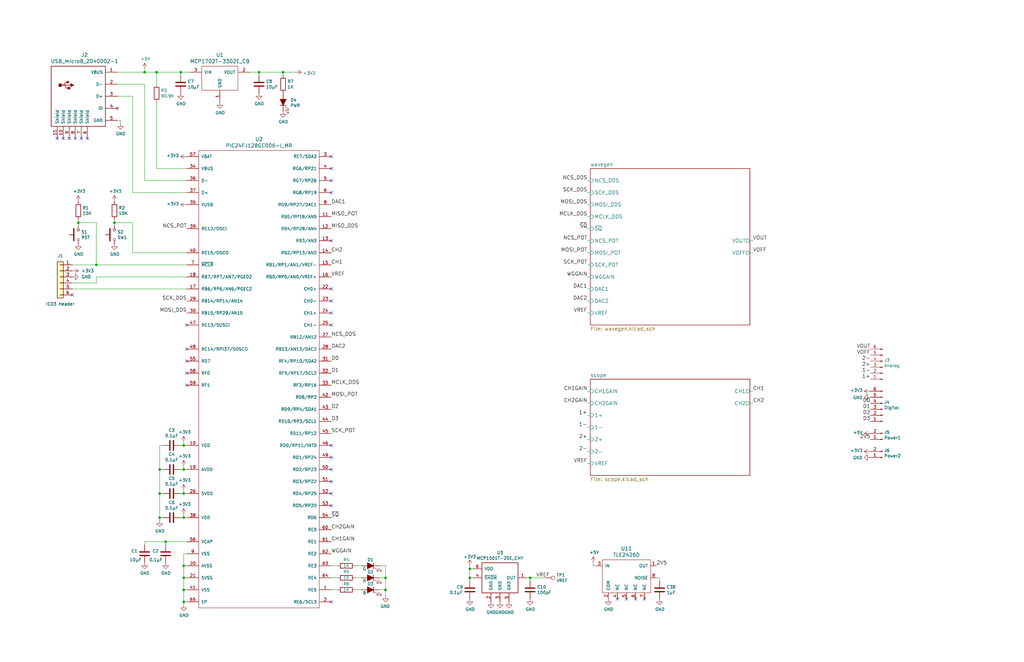
<source format=kicad_sch>
(kicad_sch (version 20211123) (generator eeschema)
  (paper "B")
  (title_block (title "O-Scope") (date "2021-06-14") (company "Olin College"))
  (lib_symbols
    (symbol "Connector:Conn_01x02_Male" (pin_names (offset 1.016) hide)
      (property "Reference" "J" (at 0 2.54 0))
      (property "Value" "Conn_01x02_Male" (at 0 -5.08 0))
      (symbol "Conn_01x02_Male_1_1"
        (polyline (pts (xy 1.27 -2.54) (xy 0.8636 -2.54)) (stroke (width 0.1524)))
        (polyline (pts (xy 1.27 0) (xy 0.8636 0)) (stroke (width 0.1524)))
        (rectangle (start 0.8636 -2.413) (end 0 -2.667) (stroke (width 0.1524)) (fill (type outline)))
        (rectangle (start 0.8636 0.127) (end 0 -0.127) (stroke (width 0.1524)) (fill (type outline)))
        (pin passive line (at 5.08 0 180) (length 3.81) (name "Pin_1") (number "1"))
        (pin passive line (at 5.08 -2.54 180) (length 3.81) (name "Pin_2") (number "2"))
      )
    )
    (symbol "Connector:Conn_01x06_Male" (pin_names (offset 1.016) hide)
      (property "Reference" "J" (at 0 7.62 0))
      (property "Value" "Conn_01x06_Male" (at 0 -10.16 0))
      (symbol "Conn_01x06_Male_1_1"
        (polyline (pts (xy 1.27 -7.62) (xy 0.8636 -7.62)) (stroke (width 0.1524)))
        (polyline (pts (xy 1.27 -5.08) (xy 0.8636 -5.08)) (stroke (width 0.1524)))
        (polyline (pts (xy 1.27 -2.54) (xy 0.8636 -2.54)) (stroke (width 0.1524)))
        (polyline (pts (xy 1.27 0) (xy 0.8636 0)) (stroke (width 0.1524)))
        (polyline (pts (xy 1.27 2.54) (xy 0.8636 2.54)) (stroke (width 0.1524)))
        (polyline (pts (xy 1.27 5.08) (xy 0.8636 5.08)) (stroke (width 0.1524)))
        (rectangle (start 0.8636 -7.493) (end 0 -7.747) (stroke (width 0.1524)) (fill (type outline)))
        (rectangle (start 0.8636 -4.953) (end 0 -5.207) (stroke (width 0.1524)) (fill (type outline)))
        (rectangle (start 0.8636 -2.413) (end 0 -2.667) (stroke (width 0.1524)) (fill (type outline)))
        (rectangle (start 0.8636 0.127) (end 0 -0.127) (stroke (width 0.1524)) (fill (type outline)))
        (rectangle (start 0.8636 2.667) (end 0 2.413) (stroke (width 0.1524)) (fill (type outline)))
        (rectangle (start 0.8636 5.207) (end 0 4.953) (stroke (width 0.1524)) (fill (type outline)))
        (pin passive line (at 5.08 5.08 180) (length 3.81) (name "Pin_1") (number "1"))
        (pin passive line (at 5.08 2.54 180) (length 3.81) (name "Pin_2") (number "2"))
        (pin passive line (at 5.08 0 180) (length 3.81) (name "Pin_3") (number "3"))
        (pin passive line (at 5.08 -2.54 180) (length 3.81) (name "Pin_4") (number "4"))
        (pin passive line (at 5.08 -5.08 180) (length 3.81) (name "Pin_5") (number "5"))
        (pin passive line (at 5.08 -7.62 180) (length 3.81) (name "Pin_6") (number "6"))
      )
    )
    (symbol "Connector:TestPoint" (pin_numbers hide) (pin_names (offset 0.762) hide)
      (property "Reference" "TP" (at 0 6.858 0))
      (property "Value" "TestPoint" (at 0 5.08 0))
      (symbol "TestPoint_0_1"
        (circle (center 0 3.302) (radius 0.762))
      )
      (symbol "TestPoint_1_1"
        (pin passive line (at 0 0 90) (length 2.54) (name "1") (number "1"))
      )
    )
    (symbol "Connector_Generic:Conn_01x06" (pin_names (offset 1.016) hide)
      (property "Reference" "J" (at 0 7.62 0))
      (property "Value" "Conn_01x06" (at 0 -10.16 0))
      (symbol "Conn_01x06_1_1"
        (rectangle (start -1.27 -7.493) (end 0 -7.747) (stroke (width 0.1524)))
        (rectangle (start -1.27 -4.953) (end 0 -5.207) (stroke (width 0.1524)))
        (rectangle (start -1.27 -2.413) (end 0 -2.667) (stroke (width 0.1524)))
        (rectangle (start -1.27 0.127) (end 0 -0.127) (stroke (width 0.1524)))
        (rectangle (start -1.27 2.667) (end 0 2.413) (stroke (width 0.1524)))
        (rectangle (start -1.27 5.207) (end 0 4.953) (stroke (width 0.1524)))
        (rectangle (start -1.27 6.35) (end 1.27 -8.89) (stroke (width 0.254)) (fill (type background)))
        (pin passive line (at -5.08 5.08 0) (length 3.81) (name "Pin_1") (number "1"))
        (pin passive line (at -5.08 2.54 0) (length 3.81) (name "Pin_2") (number "2"))
        (pin passive line (at -5.08 0 0) (length 3.81) (name "Pin_3") (number "3"))
        (pin passive line (at -5.08 -2.54 0) (length 3.81) (name "Pin_4") (number "4"))
        (pin passive line (at -5.08 -5.08 0) (length 3.81) (name "Pin_5") (number "5"))
        (pin passive line (at -5.08 -7.62 0) (length 3.81) (name "Pin_6") (number "6"))
      )
    )
    (symbol "Device:C" (pin_numbers hide) (pin_names (offset 0.254))
      (property "Reference" "C" (at 0.635 2.54 0))
      (property "Value" "C" (at 0.635 -2.54 0))
      (symbol "C_0_1"
        (polyline (pts (xy -2.032 -0.762) (xy 2.032 -0.762)) (stroke (width 0.508)))
        (polyline (pts (xy -2.032 0.762) (xy 2.032 0.762)) (stroke (width 0.508)))
      )
      (symbol "C_1_1"
        (pin passive line (at 0 3.81 270) (length 2.794) (name "~") (number "1"))
        (pin passive line (at 0 -3.81 90) (length 2.794) (name "~") (number "2"))
      )
    )
    (symbol "Device:R" (pin_numbers hide) (pin_names (offset 0))
      (property "Reference" "R" (at 2.032 0 90))
      (property "Value" "R" (at 0 0 90))
      (symbol "R_0_1"
        (rectangle (start -1.016 -2.54) (end 1.016 2.54) (stroke (width 0.254)))
      )
      (symbol "R_1_1"
        (pin passive line (at 0 3.81 270) (length 1.27) (name "~") (number "1"))
        (pin passive line (at 0 -3.81 90) (length 1.27) (name "~") (number "2"))
      )
    )
    (symbol "Eclectronics:MCP1501T-20E_CHY" (pin_names (offset 1.016))
      (property "Reference" "U" (at 0 10.16 0))
      (property "Value" "MCP1501T-20E_CHY" (at 0 7.62 0))
      (symbol "MCP1501T-20E_CHY_0_1"
        (rectangle (start -7.62 6.35) (end 7.62 -6.35) (stroke (width 0.254)))
        (pin output line (at 11.43 0 180) (length 3.81) (name "OUT") (number "1"))
        (pin power_in line (at -3.81 -10.16 90) (length 3.81) (name "GND") (number "2"))
        (pin power_in line (at 0 -10.16 90) (length 3.81) (name "GND") (number "3"))
        (pin input line (at -11.43 0 0) (length 3.81) (name "~{SHDN}") (number "4"))
        (pin power_in line (at 3.81 -10.16 90) (length 3.81) (name "GND") (number "5"))
        (pin power_in line (at -11.43 3.81 0) (length 3.81) (name "VDD") (number "6"))
      )
    )
    (symbol "Eclectronics:MCP1702T-3302E_CB" (pin_names (offset 1.016))
      (property "Reference" "U" (at 0 8.89 0))
      (property "Value" "MCP1702T-3302E_CB" (at 0 6.35 0))
      (symbol "MCP1702T-3302E_CB_0_1"
        (rectangle (start 7.62 5.08) (end -7.62 -5.08))
      )
      (symbol "MCP1702T-3302E_CB_1_1"
        (pin input line (at 0 -10.16 90) (length 5.08) (name "GND") (number "1"))
        (pin input line (at 12.7 2.54 180) (length 5.08) (name "VOUT") (number "2"))
        (pin input line (at -12.7 2.54 0) (length 5.08) (name "VIN") (number "3"))
      )
    )
    (symbol "Eclectronics:PIC24FJ128GC006-I_MR" (pin_names (offset 1.016))
      (property "Reference" "U" (at -25.4 100.33 0))
      (property "Value" "PIC24FJ128GC006-I_MR" (at -25.4 97.79 0))
      (symbol "PIC24FJ128GC006-I_MR_0_1"
        (rectangle (start 25.4 96.52) (end -25.4 -96.52))
      )
      (symbol "PIC24FJ128GC006-I_MR_1_1"
        (pin input line (at 30.48 -88.9 180) (length 5.08) (name "RE5") (number "1"))
        (pin input line (at -30.48 -27.94 0) (length 5.08) (name "VDD") (number "10"))
        (pin input line (at 30.48 68.58 180) (length 5.08) (name "RB5/RP18/AN5") (number "11"))
        (pin input line (at 30.48 63.5 180) (length 5.08) (name "RB4/RP28/AN4") (number "12"))
        (pin input line (at 30.48 58.42 180) (length 5.08) (name "RB3/AN3") (number "13"))
        (pin input line (at 30.48 53.34 180) (length 5.08) (name "RB2/RP13/AN2") (number "14"))
        (pin input line (at 30.48 48.26 180) (length 5.08) (name "RB1/RP1/AN1/VREF-") (number "15"))
        (pin input line (at 30.48 43.18 180) (length 5.08) (name "RB0/RP0/AN0/VREF+") (number "16"))
        (pin input line (at -30.48 38.1 0) (length 5.08) (name "RB6/RP6/AN6/PGEC2") (number "17"))
        (pin input line (at -30.48 43.18 0) (length 5.08) (name "RB7/RP7/AN7/PGED2") (number "18"))
        (pin input line (at -30.48 -38.1 0) (length 5.08) (name "AVDD") (number "19"))
        (pin input line (at 30.48 -93.98 180) (length 5.08) (name "RE6/SCL3") (number "2"))
        (pin input line (at -30.48 -78.74 0) (length 5.08) (name "AVSS") (number "20"))
        (pin input line (at -30.48 -83.82 0) (length 5.08) (name "SVSS") (number "21"))
        (pin input line (at 30.48 38.1 180) (length 5.08) (name "CH0+") (number "22"))
        (pin input line (at 30.48 33.02 180) (length 5.08) (name "CH0-") (number "23"))
        (pin input line (at 30.48 27.94 180) (length 5.08) (name "CH1+") (number "24"))
        (pin input line (at 30.48 22.86 180) (length 5.08) (name "CH1-") (number "25"))
        (pin input line (at -30.48 -48.26 0) (length 5.08) (name "SVDD") (number "26"))
        (pin input line (at 30.48 17.78 180) (length 5.08) (name "RB12/AN12") (number "27"))
        (pin input line (at 30.48 12.7 180) (length 5.08) (name "RB13/AN13/DAC2") (number "28"))
        (pin input line (at -30.48 33.02 0) (length 5.08) (name "RB14/RP14/AN14") (number "29"))
        (pin input line (at 30.48 93.98 180) (length 5.08) (name "RE7/SDA3") (number "3"))
        (pin input line (at -30.48 27.94 0) (length 5.08) (name "RB15/RP29/AN15") (number "30"))
        (pin input line (at 30.48 7.62 180) (length 5.08) (name "RF4/RP10/SDA2") (number "31"))
        (pin input line (at 30.48 2.54 180) (length 5.08) (name "RF5/RP17/SCL2") (number "32"))
        (pin input line (at 30.48 -2.54 180) (length 5.08) (name "RF3/RP16") (number "33"))
        (pin input line (at -30.48 88.9 0) (length 5.08) (name "VBUS") (number "34"))
        (pin input line (at -30.48 73.66 0) (length 5.08) (name "VUSB") (number "35"))
        (pin input line (at -30.48 83.82 0) (length 5.08) (name "D-") (number "36"))
        (pin input line (at -30.48 78.74 0) (length 5.08) (name "D+") (number "37"))
        (pin input line (at -30.48 -58.42 0) (length 5.08) (name "VDD") (number "38"))
        (pin input line (at -30.48 63.5 0) (length 5.08) (name "RC12/OSCI") (number "39"))
        (pin input line (at 30.48 88.9 180) (length 5.08) (name "RG6/RP21") (number "4"))
        (pin input line (at -30.48 53.34 0) (length 5.08) (name "RC15/OSCO") (number "40"))
        (pin input line (at -30.48 -88.9 0) (length 5.08) (name "VSS") (number "41"))
        (pin input line (at 30.48 -7.62 180) (length 5.08) (name "RD8/RP2") (number "42"))
        (pin input line (at 30.48 -12.7 180) (length 5.08) (name "RD9/RP4/SDA1") (number "43"))
        (pin input line (at 30.48 -17.78 180) (length 5.08) (name "RD10/RP3/SCL1") (number "44"))
        (pin input line (at 30.48 -22.86 180) (length 5.08) (name "RD11/RP12") (number "45"))
        (pin input line (at 30.48 -27.94 180) (length 5.08) (name "RD0/RP11/INT0") (number "46"))
        (pin input line (at -30.48 22.86 0) (length 5.08) (name "RC13/SOSCI") (number "47"))
        (pin input line (at -30.48 12.7 0) (length 5.08) (name "RC14/RPI37/SOSCO") (number "48"))
        (pin input line (at 30.48 -33.02 180) (length 5.08) (name "RD1/RP24") (number "49"))
        (pin input line (at 30.48 83.82 180) (length 5.08) (name "RG7/RP26") (number "5"))
        (pin input line (at 30.48 -38.1 180) (length 5.08) (name "RD2/RP23") (number "50"))
        (pin input line (at 30.48 -43.18 180) (length 5.08) (name "RD3/RP22") (number "51"))
        (pin input line (at 30.48 -48.26 180) (length 5.08) (name "RD4/RP25") (number "52"))
        (pin input line (at 30.48 -53.34 180) (length 5.08) (name "RD5/RP20") (number "53"))
        (pin input line (at 30.48 -58.42 180) (length 5.08) (name "RD6") (number "54"))
        (pin input line (at -30.48 7.62 0) (length 5.08) (name "RD7") (number "55"))
        (pin input line (at -30.48 -68.58 0) (length 5.08) (name "VCAP") (number "56"))
        (pin input line (at -30.48 93.98 0) (length 5.08) (name "VBAT") (number "57"))
        (pin input line (at -30.48 2.54 0) (length 5.08) (name "RF0") (number "58"))
        (pin input line (at -30.48 -2.54 0) (length 5.08) (name "RF1") (number "59"))
        (pin input line (at 30.48 78.74 180) (length 5.08) (name "RG8/RP19") (number "6"))
        (pin input line (at 30.48 -63.5 180) (length 5.08) (name "RE0") (number "60"))
        (pin input line (at 30.48 -68.58 180) (length 5.08) (name "RE1") (number "61"))
        (pin input line (at 30.48 -73.66 180) (length 5.08) (name "RE2") (number "62"))
        (pin input line (at 30.48 -78.74 180) (length 5.08) (name "RE3") (number "63"))
        (pin input line (at 30.48 -83.82 180) (length 5.08) (name "RE4") (number "64"))
        (pin input line (at -30.48 -93.98 0) (length 5.08) (name "EP") (number "65"))
        (pin input line (at -30.48 48.26 0) (length 5.08) (name "~{MCLR}") (number "7"))
        (pin input line (at 30.48 73.66 180) (length 5.08) (name "RG9/RP27/DAC1") (number "8"))
        (pin input line (at -30.48 -73.66 0) (length 5.08) (name "VSS") (number "9"))
      )
    )
    (symbol "Eclectronics:SW" (pin_numbers hide) (pin_names (offset 1.016) hide)
      (property "Reference" "S" (at 1.27 2.54 0))
      (property "Value" "SW" (at 1.27 -2.54 0))
      (symbol "SW_0_1"
        (circle (center 0 -2.032) (radius 0.508))
        (polyline (pts (xy -1.905 -2.54) (xy -1.905 2.54)) (stroke (width 0.508)))
        (polyline (pts (xy -1.905 0) (xy -3.81 0)) (stroke (width 0.254)))
        (circle (center 0 2.032) (radius 0.508))
        (circle (center 0 2.032) (radius 0.508))
      )
      (symbol "SW_1_1"
        (pin input line (at 0 -3.81 90) (length 1.27) (name "1") (number "1"))
        (pin input line (at 0 3.81 270) (length 1.27) (name "2") (number "2"))
      )
    )
    (symbol "Eclectronics:TLE2426D" (pin_names (offset 1.016))
      (property "Reference" "U" (at 0 11.43 0))
      (property "Value" "TLE2426D" (at 0 8.89 0))
      (symbol "TLE2426D_0_1"
        (rectangle (start -10.16 7.62) (end 10.16 -6.35))
      )
      (symbol "TLE2426D_1_1"
        (pin input line (at 12.7 5.08 180) (length 2.54) (name "OUT") (number "1"))
        (pin input line (at -7.62 -8.89 90) (length 2.54) (name "COM") (number "2"))
        (pin input line (at -12.7 5.08 0) (length 2.54) (name "IN") (number "3"))
        (pin input line (at -3.81 -8.89 90) (length 2.54) (name "NC") (number "4"))
        (pin input line (at 0 -8.89 90) (length 2.54) (name "NC") (number "5"))
        (pin input line (at 3.81 -8.89 90) (length 2.54) (name "NC") (number "6"))
        (pin input line (at 7.62 -8.89 90) (length 2.54) (name "NC") (number "7"))
        (pin input line (at 12.7 0 180) (length 2.54) (name "NOISE") (number "8"))
      )
    )
    (symbol "Eclectronics:USB_microB_2040002-1" (pin_names (offset 1.016))
      (property "Reference" "J" (at -11.43 16.51 0))
      (property "Value" "USB_microB_2040002-1" (at -11.43 13.97 0))
      (symbol "USB_microB_2040002-1_0_1"
        (circle (center -7.62 4.699) (radius 0.635) (stroke (width 0.254)) (fill (type outline)))
        (circle (center -4.445 5.969) (radius 0.381) (stroke (width 0.254)) (fill (type outline)))
        (rectangle (start -3.556 3.81) (end -4.318 3.048) (stroke (width 0.254)) (fill (type outline)))
        (polyline (pts (xy -5.715 4.699) (xy -3.175 4.699)) (stroke (width 0.254)))
        (polyline (pts (xy -6.985 4.699) (xy -6.35 4.699) (xy -5.08 5.969) (xy -4.445 5.969)) (stroke (width 0.254)))
        (polyline (pts (xy -6.35 4.699) (xy -5.715 4.699) (xy -5.08 3.429) (xy -3.81 3.429)) (stroke (width 0.254)))
        (polyline (pts (xy -3.175 5.334) (xy -3.175 4.064) (xy -1.905 4.699) (xy -3.175 5.334)) (stroke (width 0.254)) (fill (type outline)))
        (rectangle (start 11.43 -12.7) (end -11.43 12.7) (stroke (width 0.254)))
      )
      (symbol "USB_microB_2040002-1_1_1"
        (pin power_in line (at 16.51 10.16 180) (length 5.08) (name "VBUS") (number "1"))
        (pin passive line (at -6.35 -17.78 90) (length 5.08) (name "Shield") (number "10"))
        (pin passive line (at -8.89 -17.78 90) (length 5.08) (name "Shield") (number "11"))
        (pin passive line (at 16.51 5.08 180) (length 5.08) (name "D-") (number "2"))
        (pin passive line (at 16.51 0 180) (length 5.08) (name "D+") (number "3"))
        (pin passive line (at 16.51 -5.08 180) (length 5.08) (name "ID") (number "4"))
        (pin power_in line (at 16.51 -10.16 180) (length 5.08) (name "GND") (number "5"))
        (pin passive line (at 3.81 -17.78 90) (length 5.08) (name "Shield") (number "6"))
        (pin passive line (at 1.27 -17.78 90) (length 5.08) (name "Shield") (number "7"))
        (pin passive line (at -1.27 -17.78 90) (length 5.08) (name "Shield") (number "8"))
        (pin passive line (at -3.81 -17.78 90) (length 5.08) (name "Shield") (number "9"))
      )
    )
    (symbol "oscope-rescue:LED_ALT-Device" (pin_numbers hide) (pin_names (offset 1.016) hide)
      (property "Reference" "D" (at 0 2.54 0))
      (property "Value" "LED_ALT-Device" (at 0 -2.54 0))
      (symbol "LED_ALT-Device_0_1"
        (polyline (pts (xy -1.27 -1.27) (xy -1.27 1.27)) (stroke (width 0.254)))
        (polyline (pts (xy -1.27 0) (xy 1.27 0)))
        (polyline (pts (xy 1.27 -1.27) (xy 1.27 1.27) (xy -1.27 0) (xy 1.27 -1.27)) (stroke (width 0.254)) (fill (type outline)))
        (polyline (pts (xy -3.048 -0.762) (xy -4.572 -2.286) (xy -3.81 -2.286) (xy -4.572 -2.286) (xy -4.572 -1.524)))
        (polyline (pts (xy -1.778 -0.762) (xy -3.302 -2.286) (xy -2.54 -2.286) (xy -3.302 -2.286) (xy -3.302 -1.524)))
      )
      (symbol "LED_ALT-Device_1_1"
        (pin passive line (at -3.81 0 0) (length 2.54) (name "K") (number "1"))
        (pin passive line (at 3.81 0 180) (length 2.54) (name "A") (number "2"))
      )
    )
    (symbol "power:+3V3" (power) (pin_names (offset 0))
      (property "Value" "+3V3" (at 0 3.556 0))
      (symbol "+3V3_0_1"
        (polyline (pts (xy -0.762 1.27) (xy 0 2.54)))
        (polyline (pts (xy 0 0) (xy 0 2.54)))
        (polyline (pts (xy 0 2.54) (xy 0.762 1.27)))
      )
      (symbol "+3V3_1_1"
        (pin power_in line (at 0 0 90) (length 0) hide (name "+3V3") (number "1"))
      )
    )
    (symbol "power:+5V" (power) (pin_names (offset 0))
      (property "Value" "+5V" (at 0 3.556 0))
      (symbol "+5V_0_1"
        (polyline (pts (xy -0.762 1.27) (xy 0 2.54)))
        (polyline (pts (xy 0 0) (xy 0 2.54)))
        (polyline (pts (xy 0 2.54) (xy 0.762 1.27)))
      )
      (symbol "+5V_1_1"
        (pin power_in line (at 0 0 90) (length 0) hide (name "+5V") (number "1"))
      )
    )
    (symbol "power:GND" (power) (pin_names (offset 0))
      (property "Value" "GND" (at 0 -3.81 0))
      (symbol "GND_0_1"
        (polyline (pts (xy 0 0) (xy 0 -1.27) (xy 1.27 -1.27) (xy 0 -2.54) (xy -1.27 -1.27) (xy 0 -1.27)))
      )
      (symbol "GND_1_1"
        (pin power_in line (at 0 0 270) (length 0) hide (name "GND") (number "1"))
      )
    )
  )
  (junction (at 77.47 187.96))
  (junction (at 77.47 198.12))
  (junction (at 67.31 198.12))
  (junction (at 198.12 240.03))
  (junction (at 198.12 243.84))
  (junction (at 162.56 243.84))
  (junction (at 67.31 208.28))
  (junction (at 76.2 30.48))
  (junction (at 77.47 248.92))
  (junction (at 77.47 243.84))
  (junction (at 119.38 30.48))
  (junction (at 48.26 93.98))
  (junction (at 109.22 30.48))
  (junction (at 162.56 248.92))
  (junction (at 77.47 218.44))
  (junction (at 223.52 243.84))
  (junction (at 77.47 238.76))
  (junction (at 77.47 208.28))
  (junction (at 77.47 254))
  (junction (at 33.02 93.98))
  (junction (at 66.04 30.48))
  (junction (at 67.31 218.44))
  (junction (at 69.85 228.6))
  (junction (at 40.64 111.76))
  (junction (at 60.96 30.48))
  (no_connect (at 29.21 58.42))
  (no_connect (at 267.97 252.73))
  (no_connect (at 78.74 137.16))
  (no_connect (at 139.7 101.6))
  (no_connect (at 139.7 198.12))
  (no_connect (at 139.7 193.04))
  (no_connect (at 139.7 203.2))
  (no_connect (at 139.7 213.36))
  (no_connect (at 26.67 58.42))
  (no_connect (at 139.7 137.16))
  (no_connect (at 78.74 162.56))
  (no_connect (at 139.7 66.04))
  (no_connect (at 30.48 124.46))
  (no_connect (at 271.78 252.73))
  (no_connect (at 36.83 58.42))
  (no_connect (at 139.7 187.96))
  (no_connect (at 139.7 132.08))
  (no_connect (at 139.7 76.2))
  (no_connect (at 78.74 157.48))
  (no_connect (at 139.7 127))
  (no_connect (at 264.16 252.73))
  (no_connect (at 139.7 208.28))
  (no_connect (at 139.7 71.12))
  (no_connect (at 49.53 45.72))
  (no_connect (at 139.7 121.92))
  (no_connect (at 78.74 147.32))
  (no_connect (at 260.35 252.73))
  (no_connect (at 24.13 58.42))
  (no_connect (at 34.29 58.42))
  (no_connect (at 78.74 152.4))
  (no_connect (at 139.7 254))
  (no_connect (at 31.75 58.42))
  (no_connect (at 139.7 81.28))
  (wire (pts (xy 76.2 198.12) (xy 77.47 198.12)))
  (wire (pts (xy 247.65 76.2) (xy 248.92 76.2)))
  (wire (pts (xy 78.74 254) (xy 77.47 254)))
  (wire (pts (xy 66.04 35.56) (xy 66.04 30.48)))
  (wire (pts (xy 247.65 165.1) (xy 248.92 165.1)))
  (wire (pts (xy 77.47 207.01) (xy 77.47 208.28)))
  (wire (pts (xy 149.86 238.76) (xy 152.4 238.76)))
  (wire (pts (xy 60.96 29.21) (xy 60.96 30.48)))
  (wire (pts (xy 162.56 248.92) (xy 162.56 251.46)))
  (wire (pts (xy 77.47 248.92) (xy 77.47 254)))
  (wire (pts (xy 247.65 116.84) (xy 248.92 116.84)))
  (wire (pts (xy 48.26 93.98) (xy 55.88 93.98)))
  (wire (pts (xy 198.12 245.11) (xy 198.12 243.84)))
  (wire (pts (xy 68.58 208.28) (xy 67.31 208.28)))
  (wire (pts (xy 247.65 81.28) (xy 248.92 81.28)))
  (wire (pts (xy 49.53 30.48) (xy 60.96 30.48)))
  (wire (pts (xy 49.53 40.64) (xy 55.88 40.64)))
  (wire (pts (xy 77.47 186.69) (xy 77.47 187.96)))
  (wire (pts (xy 162.56 243.84) (xy 162.56 248.92)))
  (wire (pts (xy 78.74 233.68) (xy 77.47 233.68)))
  (wire (pts (xy 162.56 248.92) (xy 160.02 248.92)))
  (wire (pts (xy 198.12 240.03) (xy 198.12 243.84)))
  (wire (pts (xy 139.7 248.92) (xy 142.24 248.92)))
  (wire (pts (xy 77.47 196.85) (xy 77.47 198.12)))
  (wire (pts (xy 247.65 106.68) (xy 248.92 106.68)))
  (wire (pts (xy 77.47 208.28) (xy 78.74 208.28)))
  (wire (pts (xy 50.8 50.8) (xy 50.8 52.07)))
  (wire (pts (xy 33.02 93.98) (xy 40.64 93.98)))
  (wire (pts (xy 149.86 248.92) (xy 152.4 248.92)))
  (wire (pts (xy 105.41 30.48) (xy 109.22 30.48)))
  (wire (pts (xy 276.86 243.84) (xy 278.13 243.84)))
  (wire (pts (xy 316.23 106.68) (xy 317.5 106.68)))
  (wire (pts (xy 198.12 243.84) (xy 199.39 243.84)))
  (wire (pts (xy 139.7 238.76) (xy 142.24 238.76)))
  (wire (pts (xy 76.2 187.96) (xy 77.47 187.96)))
  (wire (pts (xy 248.92 180.34) (xy 247.65 180.34)))
  (wire (pts (xy 77.47 218.44) (xy 78.74 218.44)))
  (wire (pts (xy 55.88 93.98) (xy 55.88 106.68)))
  (wire (pts (xy 33.02 92.71) (xy 33.02 93.98)))
  (wire (pts (xy 247.65 101.6) (xy 248.92 101.6)))
  (wire (pts (xy 77.47 243.84) (xy 77.47 248.92)))
  (wire (pts (xy 316.23 101.6) (xy 317.5 101.6)))
  (wire (pts (xy 78.74 243.84) (xy 77.47 243.84)))
  (wire (pts (xy 250.19 238.76) (xy 251.46 238.76)))
  (wire (pts (xy 77.47 217.17) (xy 77.47 218.44)))
  (wire (pts (xy 66.04 71.12) (xy 66.04 43.18)))
  (wire (pts (xy 67.31 187.96) (xy 68.58 187.96)))
  (wire (pts (xy 30.48 111.76) (xy 40.64 111.76)))
  (wire (pts (xy 248.92 190.5) (xy 247.65 190.5)))
  (wire (pts (xy 247.65 170.18) (xy 248.92 170.18)))
  (wire (pts (xy 40.64 119.38) (xy 40.64 116.84)))
  (wire (pts (xy 139.7 243.84) (xy 142.24 243.84)))
  (wire (pts (xy 77.47 238.76) (xy 77.47 243.84)))
  (wire (pts (xy 119.38 30.48) (xy 124.46 30.48)))
  (wire (pts (xy 78.74 71.12) (xy 66.04 71.12)))
  (wire (pts (xy 160.02 243.84) (xy 162.56 243.84)))
  (wire (pts (xy 49.53 50.8) (xy 50.8 50.8)))
  (wire (pts (xy 40.64 111.76) (xy 78.74 111.76)))
  (wire (pts (xy 247.65 132.08) (xy 248.92 132.08)))
  (wire (pts (xy 78.74 248.92) (xy 77.47 248.92)))
  (wire (pts (xy 149.86 243.84) (xy 152.4 243.84)))
  (wire (pts (xy 248.92 185.42) (xy 247.65 185.42)))
  (wire (pts (xy 49.53 35.56) (xy 60.96 35.56)))
  (wire (pts (xy 250.19 237.49) (xy 250.19 238.76)))
  (wire (pts (xy 77.47 254) (xy 77.47 255.27)))
  (wire (pts (xy 247.65 111.76) (xy 248.92 111.76)))
  (wire (pts (xy 76.2 208.28) (xy 77.47 208.28)))
  (wire (pts (xy 30.48 119.38) (xy 40.64 119.38)))
  (wire (pts (xy 76.2 30.48) (xy 80.01 30.48)))
  (wire (pts (xy 247.65 91.44) (xy 248.92 91.44)))
  (wire (pts (xy 60.96 229.87) (xy 60.96 228.6)))
  (wire (pts (xy 223.52 245.11) (xy 223.52 243.84)))
  (wire (pts (xy 77.47 233.68) (xy 77.47 238.76)))
  (wire (pts (xy 162.56 238.76) (xy 160.02 238.76)))
  (wire (pts (xy 33.02 93.98) (xy 33.02 95.25)))
  (wire (pts (xy 68.58 198.12) (xy 67.31 198.12)))
  (wire (pts (xy 69.85 229.87) (xy 69.85 228.6)))
  (wire (pts (xy 247.65 86.36) (xy 248.92 86.36)))
  (wire (pts (xy 248.92 127) (xy 247.65 127)))
  (wire (pts (xy 55.88 40.64) (xy 55.88 81.28)))
  (wire (pts (xy 77.47 187.96) (xy 78.74 187.96)))
  (wire (pts (xy 162.56 238.76) (xy 162.56 243.84)))
  (wire (pts (xy 198.12 238.76) (xy 198.12 240.03)))
  (wire (pts (xy 30.48 121.92) (xy 78.74 121.92)))
  (wire (pts (xy 109.22 31.75) (xy 109.22 30.48)))
  (wire (pts (xy 316.23 165.1) (xy 317.5 165.1)))
  (wire (pts (xy 76.2 218.44) (xy 77.47 218.44)))
  (wire (pts (xy 48.26 92.71) (xy 48.26 93.98)))
  (wire (pts (xy 248.92 175.26) (xy 247.65 175.26)))
  (wire (pts (xy 60.96 228.6) (xy 69.85 228.6)))
  (wire (pts (xy 40.64 93.98) (xy 40.64 111.76)))
  (wire (pts (xy 60.96 30.48) (xy 66.04 30.48)))
  (wire (pts (xy 60.96 35.56) (xy 60.96 76.2)))
  (wire (pts (xy 68.58 218.44) (xy 67.31 218.44)))
  (wire (pts (xy 67.31 198.12) (xy 67.31 208.28)))
  (wire (pts (xy 76.2 30.48) (xy 76.2 31.75)))
  (wire (pts (xy 67.31 218.44) (xy 67.31 219.71)))
  (wire (pts (xy 66.04 30.48) (xy 76.2 30.48)))
  (wire (pts (xy 278.13 243.84) (xy 278.13 245.11)))
  (wire (pts (xy 40.64 116.84) (xy 78.74 116.84)))
  (wire (pts (xy 77.47 198.12) (xy 78.74 198.12)))
  (wire (pts (xy 55.88 106.68) (xy 78.74 106.68)))
  (wire (pts (xy 248.92 121.92) (xy 247.65 121.92)))
  (wire (pts (xy 69.85 228.6) (xy 78.74 228.6)))
  (wire (pts (xy 48.26 93.98) (xy 48.26 95.25)))
  (wire (pts (xy 198.12 240.03) (xy 199.39 240.03)))
  (wire (pts (xy 67.31 208.28) (xy 67.31 218.44)))
  (wire (pts (xy 119.38 31.75) (xy 119.38 30.48)))
  (wire (pts (xy 222.25 243.84) (xy 223.52 243.84)))
  (wire (pts (xy 67.31 187.96) (xy 67.31 198.12)))
  (wire (pts (xy 247.65 96.52) (xy 248.92 96.52)))
  (wire (pts (xy 78.74 238.76) (xy 77.47 238.76)))
  (wire (pts (xy 55.88 81.28) (xy 78.74 81.28)))
  (wire (pts (xy 316.23 170.18) (xy 317.5 170.18)))
  (wire (pts (xy 247.65 195.58) (xy 248.92 195.58)))
  (wire (pts (xy 223.52 243.84) (xy 229.87 243.84)))
  (wire (pts (xy 109.22 30.48) (xy 119.38 30.48)))
  (wire (pts (xy 60.96 76.2) (xy 78.74 76.2)))
  (label "NCS_DDS" (at 247.65 76.2 180) (effects (font (size 1.524 1.524))))
  (label "2V5" (at 367.03 185.42 180) (effects (font (size 1.524 1.524))))
  (label "DAC2" (at 139.7 147.32 0) (effects (font (size 1.524 1.524))))
  (label "MISO_POT" (at 139.7 91.44 0) (effects (font (size 1.524 1.524))))
  (label "VREF" (at 226.06 243.84 0) (effects (font (size 1.524 1.524))))
  (label "MOSI_DDS" (at 78.74 132.08 180) (effects (font (size 1.524 1.524))))
  (label "D2" (at 367.03 175.26 180) (effects (font (size 1.524 1.524))))
  (label "DAC1" (at 139.7 86.36 0) (effects (font (size 1.524 1.524))))
  (label "SCK_POT" (at 139.7 182.88 0) (effects (font (size 1.524 1.524))))
  (label "1-" (at 367.03 157.48 180) (effects (font (size 1.524 1.524))))
  (label "2+" (at 247.65 185.42 180) (effects (font (size 1.524 1.524))))
  (label "NCS_POT" (at 78.74 96.52 180) (effects (font (size 1.524 1.524))))
  (label "VOUT" (at 367.03 147.32 180) (effects (font (size 1.524 1.524))))
  (label "WGGAIN" (at 247.65 116.84 180) (effects (font (size 1.524 1.524))))
  (label "CH1" (at 317.5 165.1 0) (effects (font (size 1.524 1.524))))
  (label "VREF" (at 247.65 195.58 180) (effects (font (size 1.524 1.524))))
  (label "CH1GAIN" (at 139.7 228.6 0) (effects (font (size 1.524 1.524))))
  (label "1-" (at 247.65 180.34 180) (effects (font (size 1.524 1.524))))
  (label "MOSI_POT" (at 139.7 167.64 0) (effects (font (size 1.524 1.524))))
  (label "2-" (at 367.03 152.4 180) (effects (font (size 1.524 1.524))))
  (label "2+" (at 367.03 154.94 180) (effects (font (size 1.524 1.524))))
  (label "MOSI_POT" (at 247.65 106.68 180) (effects (font (size 1.524 1.524))))
  (label "MCLK_DDS" (at 139.7 162.56 0) (effects (font (size 1.524 1.524))))
  (label "VOUT" (at 317.5 101.6 0) (effects (font (size 1.524 1.524))))
  (label "~{SQ}" (at 139.7 218.44 0) (effects (font (size 1.524 1.524))))
  (label "NCS_POT" (at 247.65 101.6 180) (effects (font (size 1.524 1.524))))
  (label "D1" (at 367.03 172.72 180) (effects (font (size 1.524 1.524))))
  (label "VOFF" (at 367.03 149.86 180) (effects (font (size 1.524 1.524))))
  (label "D0" (at 139.7 152.4 0) (effects (font (size 1.524 1.524))))
  (label "1+" (at 367.03 160.02 180) (effects (font (size 1.524 1.524))))
  (label "WGGAIN" (at 139.7 233.68 0) (effects (font (size 1.524 1.524))))
  (label "D3" (at 367.03 177.8 180) (effects (font (size 1.524 1.524))))
  (label "VREF" (at 247.65 132.08 180) (effects (font (size 1.524 1.524))))
  (label "CH2GAIN" (at 139.7 223.52 0) (effects (font (size 1.524 1.524))))
  (label "D2" (at 139.7 172.72 0) (effects (font (size 1.524 1.524))))
  (label "MOSI_DDS" (at 247.65 86.36 180) (effects (font (size 1.524 1.524))))
  (label "MISO_DDS" (at 139.7 96.52 0) (effects (font (size 1.524 1.524))))
  (label "SCK_POT" (at 247.65 111.76 180) (effects (font (size 1.524 1.524))))
  (label "SCK_DDS" (at 78.74 127 180) (effects (font (size 1.524 1.524))))
  (label "NCS_DDS" (at 139.7 142.24 0) (effects (font (size 1.524 1.524))))
  (label "SCK_DDS" (at 247.65 81.28 180) (effects (font (size 1.524 1.524))))
  (label "DAC1" (at 247.65 121.92 180) (effects (font (size 1.524 1.524))))
  (label "CH2GAIN" (at 247.65 170.18 180) (effects (font (size 1.524 1.524))))
  (label "D1" (at 139.7 157.48 0) (effects (font (size 1.524 1.524))))
  (label "MCLK_DDS" (at 247.65 91.44 180) (effects (font (size 1.524 1.524))))
  (label "1+" (at 247.65 175.26 180) (effects (font (size 1.524 1.524))))
  (label "2-" (at 247.65 190.5 180) (effects (font (size 1.524 1.524))))
  (label "2V5" (at 276.86 238.76 0) (effects (font (size 1.524 1.524))))
  (label "~{SQ}" (at 247.65 96.52 180) (effects (font (size 1.524 1.524))))
  (label "CH1" (at 139.7 111.76 0) (effects (font (size 1.524 1.524))))
  (label "CH2" (at 139.7 106.68 0) (effects (font (size 1.524 1.524))))
  (label "CH1GAIN" (at 247.65 165.1 180) (effects (font (size 1.524 1.524))))
  (label "D0" (at 367.03 170.18 180) (effects (font (size 1.524 1.524))))
  (label "VOFF" (at 317.5 106.68 0) (effects (font (size 1.524 1.524))))
  (label "DAC2" (at 247.65 127 180) (effects (font (size 1.524 1.524))))
  (label "D3" (at 139.7 177.8 0) (effects (font (size 1.524 1.524))))
  (label "CH2" (at 317.5 170.18 0) (effects (font (size 1.524 1.524))))
  (label "VREF" (at 139.7 116.84 0) (effects (font (size 1.524 1.524))))
  (symbol (lib_id "power:GND") (at 77.47 255.27 0) (unit 1)
    (property "Reference" "#PWR017" (effects hide))
    (property "Value" "GND" (at 77.597 259.6642 0))
  )
  (symbol (lib_id "Device:C") (at 69.85 233.68 0) (mirror x) (unit 1)
    (property "Reference" "C2" (at 66.929 232.5116 0) (effects (justify right)))
    (property "Value" "0.1µF" (at 68.58 236.22 0) (effects (justify right)))
    (property "Footprint" "Capacitor_SMD:C_0603_1608Metric" (effects hide))
  )
  (symbol (lib_id "Device:C") (at 60.96 233.68 0) (mirror x) (unit 1)
    (property "Reference" "C1" (at 58.039 232.5116 0) (effects (justify right)))
    (property "Value" "10µF" (at 59.69 236.22 0) (effects (justify right)))
    (property "Footprint" "Capacitor_SMD:C_0805_2012Metric" (effects hide))
  )
  (symbol (lib_id "power:GND") (at 69.85 237.49 0) (unit 1)
    (property "Reference" "#PWR011" (effects hide))
    (property "Value" "GND" (at 69.977 241.8842 0))
  )
  (symbol (lib_id "power:GND") (at 60.96 237.49 0) (unit 1)
    (property "Reference" "#PWR09" (effects hide))
    (property "Value" "GND" (at 61.087 241.8842 0))
  )
  (symbol (lib_id "power:+3V3") (at 124.46 30.48 270) (unit 1)
    (property "Reference" "#PWR023" (effects hide))
    (property "Value" "+3V3" (at 127.7112 30.861 90) (effects (justify left)))
  )
  (symbol (lib_id "power:GND") (at 162.56 251.46 0) (mirror y) (unit 1)
    (property "Reference" "#PWR08" (effects hide))
    (property "Value" "GND" (at 162.433 255.8542 0))
  )
  (symbol (lib_id "power:+3V3") (at 77.47 186.69 0) (unit 1)
    (property "Reference" "#PWR013" (effects hide))
    (property "Value" "+3V3" (at 77.851 182.2958 0))
  )
  (symbol (lib_id "power:+3V3") (at 77.47 196.85 0) (unit 1)
    (property "Reference" "#PWR014" (effects hide))
    (property "Value" "+3V3" (at 77.851 192.4558 0))
  )
  (symbol (lib_id "power:+3V3") (at 77.47 207.01 0) (unit 1)
    (property "Reference" "#PWR015" (effects hide))
    (property "Value" "+3V3" (at 77.851 202.6158 0))
  )
  (symbol (lib_id "power:+3V3") (at 77.47 217.17 0) (unit 1)
    (property "Reference" "#PWR016" (effects hide))
    (property "Value" "+3V3" (at 77.851 212.7758 0))
  )
  (symbol (lib_id "Device:C") (at 72.39 187.96 90) (unit 1)
    (property "Reference" "C3" (at 72.39 181.5592 90))
    (property "Value" "0.1µF" (at 72.39 183.8706 90))
    (property "Footprint" "Capacitor_SMD:C_0603_1608Metric" (effects hide))
  )
  (symbol (lib_id "Device:C") (at 72.39 198.12 90) (unit 1)
    (property "Reference" "C4" (at 72.39 191.7192 90))
    (property "Value" "0.1µF" (at 72.39 194.0306 90))
    (property "Footprint" "Capacitor_SMD:C_0603_1608Metric" (effects hide))
  )
  (symbol (lib_id "Device:C") (at 72.39 208.28 90) (unit 1)
    (property "Reference" "C5" (at 72.39 201.8792 90))
    (property "Value" "0.1µF" (at 72.39 204.1906 90))
    (property "Footprint" "Capacitor_SMD:C_0603_1608Metric" (effects hide))
  )
  (symbol (lib_id "Device:C") (at 72.39 218.44 90) (unit 1)
    (property "Reference" "C6" (at 72.39 212.0392 90))
    (property "Value" "0.1µF" (at 72.39 214.3506 90))
    (property "Footprint" "Capacitor_SMD:C_0603_1608Metric" (effects hide))
  )
  (symbol (lib_id "power:GND") (at 67.31 219.71 0) (unit 1)
    (property "Reference" "#PWR010" (effects hide))
    (property "Value" "GND" (at 67.437 224.1042 0))
  )
  (symbol (lib_id "Eclectronics:USB_microB_2040002-1") (at 33.02 40.64 0) (unit 1)
    (property "Reference" "J2" (at 35.687 23.1394 0) (effects (font (size 1.524 1.524))))
    (property "Value" "USB_microB_2040002-1" (at 35.687 25.8318 0) (effects (font (size 1.524 1.524))))
    (property "Footprint" "Eclectronics:USB_microB_2040002-1" (effects hide))
  )
  (symbol (lib_id "power:GND") (at 50.8 52.07 0) (unit 1)
    (property "Reference" "#PWR07" (effects hide))
    (property "Value" "GND" (at 50.927 56.4642 0))
  )
  (symbol (lib_id "Device:R") (at 66.04 39.37 0) (unit 1)
    (property "Reference" "R3" (at 67.818 38.2016 0) (effects (justify left)))
    (property "Value" "90.9K" (at 67.818 40.513 0) (effects (justify left)))
    (property "Footprint" "Resistor_SMD:R_0603_1608Metric" (effects hide))
  )
  (symbol (lib_id "Device:C") (at 76.2 35.56 0) (unit 1)
    (property "Reference" "C7" (at 79.121 34.3916 0) (effects (justify left)))
    (property "Value" "10µF" (at 79.121 36.703 0) (effects (justify left)))
    (property "Footprint" "Capacitor_SMD:C_0805_2012Metric" (effects hide))
  )
  (symbol (lib_id "Device:C") (at 109.22 35.56 0) (unit 1)
    (property "Reference" "C8" (at 112.141 34.3916 0) (effects (justify left)))
    (property "Value" "10µF" (at 112.141 36.703 0) (effects (justify left)))
    (property "Footprint" "Capacitor_SMD:C_0805_2012Metric" (effects hide))
  )
  (symbol (lib_id "Device:R") (at 119.38 35.56 0) (unit 1)
    (property "Reference" "R7" (at 121.158 34.3916 0) (effects (justify left)))
    (property "Value" "1K" (at 121.158 36.703 0) (effects (justify left)))
    (property "Footprint" "Resistor_SMD:R_0603_1608Metric" (effects hide))
  )
  (symbol (lib_id "oscope-rescue:LED_ALT-Device") (at 119.38 43.18 90) (unit 1)
    (property "Reference" "D4" (at 122.3772 42.2148 90) (effects (justify right)))
    (property "Value" "PWR" (at 122.3772 44.5262 90) (effects (justify right)))
    (property "Footprint" "LED_SMD:LED_0805_2012Metric" (effects hide))
  )
  (symbol (lib_id "power:GND") (at 119.38 46.99 0) (unit 1)
    (property "Reference" "#PWR022" (effects hide))
    (property "Value" "GND" (at 119.507 51.3842 0))
  )
  (symbol (lib_id "power:GND") (at 109.22 39.37 0) (unit 1)
    (property "Reference" "#PWR021" (effects hide))
    (property "Value" "GND" (at 109.347 43.7642 0))
  )
  (symbol (lib_id "power:GND") (at 76.2 39.37 0) (unit 1)
    (property "Reference" "#PWR012" (effects hide))
    (property "Value" "GND" (at 76.327 43.7642 0))
  )
  (symbol (lib_id "power:GND") (at 92.71 43.18 0) (unit 1)
    (property "Reference" "#PWR020" (effects hide))
    (property "Value" "GND" (at 92.837 47.5742 0))
  )
  (symbol (lib_id "Eclectronics:MCP1702T-3302E_CB") (at 92.71 33.02 0) (unit 1)
    (property "Reference" "U1" (at 92.71 23.1902 0) (effects (font (size 1.524 1.524))))
    (property "Value" "MCP1702T-3302E_CB" (at 92.71 25.8826 0) (effects (font (size 1.524 1.524))))
    (property "Footprint" "Package_TO_SOT_SMD:SOT-23" (effects hide))
  )
  (symbol (lib_id "Device:R") (at 33.02 88.9 0) (unit 1)
    (property "Reference" "R1" (at 34.798 87.7316 0) (effects (justify left)))
    (property "Value" "10K" (at 34.798 90.043 0) (effects (justify left)))
    (property "Footprint" "Resistor_SMD:R_0603_1608Metric" (effects hide))
  )
  (symbol (lib_id "Device:R") (at 48.26 88.9 0) (unit 1)
    (property "Reference" "R2" (at 50.038 87.7316 0) (effects (justify left)))
    (property "Value" "10K" (at 50.038 90.043 0) (effects (justify left)))
    (property "Footprint" "Resistor_SMD:R_0603_1608Metric" (effects hide))
  )
  (symbol (lib_id "power:+3V3") (at 33.02 85.09 0) (unit 1)
    (property "Reference" "#PWR03" (effects hide))
    (property "Value" "+3V3" (at 33.401 80.6958 0))
  )
  (symbol (lib_id "power:+3V3") (at 48.26 85.09 0) (unit 1)
    (property "Reference" "#PWR05" (effects hide))
    (property "Value" "+3V3" (at 48.641 80.6958 0))
  )
  (symbol (lib_id "Eclectronics:SW") (at 33.02 99.06 0) (unit 1)
    (property "Reference" "S1" (at 34.2392 97.8916 0) (effects (justify left)))
    (property "Value" "RST" (at 34.2392 100.203 0) (effects (justify left)))
    (property "Footprint" "Button_Switch_SMD:SW_SPST_B3U-1000P" (effects hide))
  )
  (symbol (lib_id "Eclectronics:SW") (at 48.26 99.06 0) (unit 1)
    (property "Reference" "S2" (at 49.4792 97.8916 0) (effects (justify left)))
    (property "Value" "SW1" (at 49.4792 100.203 0) (effects (justify left)))
    (property "Footprint" "Button_Switch_SMD:SW_SPST_B3U-1000P" (effects hide))
  )
  (symbol (lib_id "power:GND") (at 33.02 102.87 0) (unit 1)
    (property "Reference" "#PWR04" (effects hide))
    (property "Value" "GND" (at 33.147 107.2642 0))
  )
  (symbol (lib_id "power:GND") (at 48.26 102.87 0) (unit 1)
    (property "Reference" "#PWR06" (effects hide))
    (property "Value" "GND" (at 48.387 107.2642 0))
  )
  (symbol (lib_id "power:+3V3") (at 78.74 66.04 90) (unit 1)
    (property "Reference" "#PWR018" (effects hide))
    (property "Value" "+3V3" (at 75.4888 65.659 90) (effects (justify left)))
  )
  (symbol (lib_id "power:+3V3") (at 78.74 86.36 90) (unit 1)
    (property "Reference" "#PWR019" (effects hide))
    (property "Value" "+3V3" (at 75.4888 85.979 90) (effects (justify left)))
  )
  (symbol (lib_id "power:+3V3") (at 30.48 114.3 270) (unit 1)
    (property "Reference" "#PWR01" (effects hide))
    (property "Value" "+3V3" (at 34.29 114.3 90) (effects (justify left)))
  )
  (symbol (lib_id "power:GND") (at 30.48 116.84 90) (unit 1)
    (property "Reference" "#PWR02" (effects hide))
    (property "Value" "GND" (at 34.29 116.84 90) (effects (justify right)))
  )
  (symbol (lib_id "oscope-rescue:LED_ALT-Device") (at 156.21 238.76 0) (mirror y) (unit 1)
    (property "Reference" "D1" (at 156.21 236.22 0))
    (property "Value" "G" (at 153.67 240.03 0))
    (property "Footprint" "LED_SMD:LED_0805_2012Metric" (effects hide))
  )
  (symbol (lib_id "oscope-rescue:LED_ALT-Device") (at 156.21 243.84 0) (mirror y) (unit 1)
    (property "Reference" "D2" (at 156.21 241.3 0))
    (property "Value" "R" (at 153.67 245.11 0))
    (property "Footprint" "LED_SMD:LED_0805_2012Metric" (effects hide))
  )
  (symbol (lib_id "oscope-rescue:LED_ALT-Device") (at 156.21 248.92 0) (mirror y) (unit 1)
    (property "Reference" "D3" (at 156.21 246.38 0))
    (property "Value" "B" (at 153.67 250.19 0))
    (property "Footprint" "LED_SMD:LED_0805_2012Metric" (effects hide))
  )
  (symbol (lib_id "Device:R") (at 146.05 238.76 90) (mirror x) (unit 1)
    (property "Reference" "R4" (at 146.05 236.22 90))
    (property "Value" "1K" (at 146.05 238.76 90))
    (property "Footprint" "Resistor_SMD:R_0603_1608Metric" (effects hide))
  )
  (symbol (lib_id "Device:R") (at 146.05 243.84 90) (mirror x) (unit 1)
    (property "Reference" "R5" (at 146.05 241.3 90))
    (property "Value" "1K" (at 146.05 243.84 90))
    (property "Footprint" "Resistor_SMD:R_0603_1608Metric" (effects hide))
  )
  (symbol (lib_id "Device:R") (at 146.05 248.92 90) (mirror x) (unit 1)
    (property "Reference" "R6" (at 146.05 246.38 90))
    (property "Value" "1K" (at 146.05 248.92 90))
    (property "Footprint" "Resistor_SMD:R_0603_1608Metric" (effects hide))
  )
  (symbol (lib_id "Eclectronics:MCP1501T-20E_CHY") (at 210.82 243.84 0) (unit 1)
    (property "Reference" "U3" (at 210.82 233.2482 0))
    (property "Value" "MCP1501T-20E_CHY" (at 210.82 235.5596 0))
    (property "Footprint" "Package_TO_SOT_SMD:SOT-23-6" (effects hide))
  )
  (symbol (lib_id "Device:C") (at 223.52 248.92 0) (unit 1)
    (property "Reference" "C10" (at 226.441 247.7516 0) (effects (justify left)))
    (property "Value" "100pF" (at 226.441 250.063 0) (effects (justify left)))
    (property "Footprint" "Capacitor_SMD:C_0603_1608Metric" (effects hide))
  )
  (symbol (lib_id "power:GND") (at 223.52 252.73 0) (unit 1)
    (property "Reference" "#PWR030" (effects hide))
    (property "Value" "GND" (at 223.647 257.1242 0))
  )
  (symbol (lib_id "power:GND") (at 214.63 254 0) (unit 1)
    (property "Reference" "#PWR029" (effects hide))
    (property "Value" "GND" (at 214.757 258.3942 0))
  )
  (symbol (lib_id "power:GND") (at 210.82 254 0) (unit 1)
    (property "Reference" "#PWR028" (effects hide))
    (property "Value" "GND" (at 210.947 258.3942 0))
  )
  (symbol (lib_id "power:GND") (at 207.01 254 0) (unit 1)
    (property "Reference" "#PWR027" (effects hide))
    (property "Value" "GND" (at 207.137 258.3942 0))
  )
  (symbol (lib_id "Device:C") (at 198.12 248.92 0) (mirror y) (unit 1)
    (property "Reference" "C9" (at 195.199 247.7516 0) (effects (justify left)))
    (property "Value" "0.1µF" (at 195.199 250.063 0) (effects (justify left)))
    (property "Footprint" "Capacitor_SMD:C_0603_1608Metric" (effects hide))
  )
  (symbol (lib_id "power:GND") (at 198.12 252.73 0) (unit 1)
    (property "Reference" "#PWR026" (effects hide))
    (property "Value" "GND" (at 198.247 257.1242 0))
  )
  (symbol (lib_id "power:+3V3") (at 198.12 238.76 0) (unit 1)
    (property "Reference" "#PWR025" (effects hide))
    (property "Value" "+3V3" (at 198.12 234.95 0))
  )
  (symbol (lib_id "power:GND") (at 367.03 167.64 270) (unit 1)
    (property "Reference" "#PWR033" (effects hide))
    (property "Value" "GND" (at 363.7788 167.767 90) (effects (justify right)))
  )
  (symbol (lib_id "power:GND") (at 367.03 193.04 270) (unit 1)
    (property "Reference" "#PWR032" (effects hide))
    (property "Value" "GND" (at 363.7788 193.167 90) (effects (justify right)))
  )
  (symbol (lib_id "power:+3V3") (at 367.03 165.1 90) (unit 1)
    (property "Reference" "#PWR031" (effects hide))
    (property "Value" "+3V3" (at 363.7788 164.719 90) (effects (justify left)))
  )
  (symbol (lib_id "Connector:Conn_01x06_Male") (at 372.11 154.94 180) (unit 1)
    (property "Reference" "J3" (at 372.8212 151.9428 0) (effects (justify right)))
    (property "Value" "Analog" (at 372.8212 154.2542 0) (effects (justify right)))
    (property "Footprint" "Connector_PinHeader_2.54mm:PinHeader_1x06_P2.54mm_Vertical" (effects hide))
  )
  (symbol (lib_id "Connector:Conn_01x06_Male") (at 372.11 172.72 180) (unit 1)
    (property "Reference" "J4" (at 372.8212 169.7228 0) (effects (justify right)))
    (property "Value" "Digital" (at 372.8212 172.0342 0) (effects (justify right)))
    (property "Footprint" "Connector_PinHeader_2.54mm:PinHeader_1x06_P2.54mm_Vertical" (effects hide))
  )
  (symbol (lib_id "Connector:Conn_01x02_Male") (at 372.11 185.42 180) (unit 1)
    (property "Reference" "J5" (at 372.8212 182.4228 0) (effects (justify right)))
    (property "Value" "Power1" (at 372.8212 184.7342 0) (effects (justify right)))
    (property "Footprint" "Connector_PinHeader_2.54mm:PinHeader_1x02_P2.54mm_Vertical" (effects hide))
  )
  (symbol (lib_id "Connector:Conn_01x02_Male") (at 372.11 193.04 180) (unit 1)
    (property "Reference" "J6" (at 372.8212 190.0428 0) (effects (justify right)))
    (property "Value" "Power2" (at 372.8212 192.3542 0) (effects (justify right)))
    (property "Footprint" "Connector_PinHeader_2.54mm:PinHeader_1x02_P2.54mm_Vertical" (effects hide))
  )
  (symbol (lib_id "power:+3V3") (at 367.03 190.5 90) (unit 1)
    (property "Reference" "#PWR082" (effects hide))
    (property "Value" "+3V3" (at 363.7788 190.119 90) (effects (justify left)))
  )
  (symbol (lib_id "Eclectronics:TLE2426D") (at 264.16 243.84 0) (unit 1)
    (property "Reference" "U11" (at 264.16 231.4702 0) (effects (font (size 1.524 1.524))))
    (property "Value" "TLE2426D" (at 264.16 234.1626 0) (effects (font (size 1.524 1.524))))
    (property "Footprint" "Package_SO:SO-8_3.9x4.9mm_P1.27mm" (effects hide))
  )
  (symbol (lib_id "power:GND") (at 256.54 252.73 0) (unit 1)
    (property "Reference" "#PWR083" (effects hide))
    (property "Value" "GND" (at 256.667 257.1242 0))
  )
  (symbol (lib_id "Device:C") (at 278.13 248.92 0) (unit 1)
    (property "Reference" "C38" (at 281.051 247.7516 0) (effects (justify left)))
    (property "Value" "1µF" (at 281.051 250.063 0) (effects (justify left)))
    (property "Footprint" "Capacitor_SMD:C_0603_1608Metric" (effects hide))
  )
  (symbol (lib_id "power:GND") (at 278.13 252.73 0) (unit 1)
    (property "Reference" "#PWR084" (effects hide))
    (property "Value" "GND" (at 278.257 257.1242 0))
  )
  (symbol (lib_id "power:+5V") (at 60.96 29.21 0) (unit 1)
    (property "Reference" "#PWR0104" (effects hide))
    (property "Value" "+5V" (at 61.341 24.8158 0))
  )
  (symbol (lib_id "power:+5V") (at 367.03 182.88 90) (unit 1)
    (property "Reference" "#PWR0105" (effects hide))
    (property "Value" "+5V" (at 363.7788 182.499 90) (effects (justify left)))
  )
  (symbol (lib_id "power:+5V") (at 250.19 237.49 0) (unit 1)
    (property "Reference" "#PWR0106" (effects hide))
    (property "Value" "+5V" (at 250.571 233.0958 0))
  )
  (symbol (lib_id "Connector:TestPoint") (at 229.87 243.84 270) (unit 1)
    (property "Reference" "TP1" (at 234.6452 242.6716 90) (effects (justify left)))
    (property "Value" "VREF" (at 234.6452 244.983 90) (effects (justify left)))
    (property "Footprint" "Eclectronics:60mil_testpoint" (effects hide))
  )
  (symbol (lib_id "Eclectronics:PIC24FJ128GC006-I_MR") (at 109.22 160.02 0) (unit 1)
    (property "Reference" "U2" (at 109.22 58.7502 0) (effects (font (size 1.524 1.524))))
    (property "Value" "PIC24FJ128GC006-I_MR" (at 109.22 61.4426 0) (effects (font (size 1.524 1.524))))
    (property "Footprint" "Eclectronics:pic24fj128gc006" (effects hide))
  )
  (symbol (lib_id "Connector_Generic:Conn_01x06") (at 25.4 116.84 0) (mirror y) (unit 1)
    (property "Reference" "J1" (at 25.4 107.95 0))
    (property "Value" "ICD3 Header" (at 25.4 128.27 0))
    (property "Footprint" "Eclectronics:ICD3_header" (effects hide))
  )
  (sheet (at 248.92 160.02) (size 67.31 40.64)
    (property "Sheet name" "scope" (at 248.92 159.1814 0) (effects (font (size 1.524 1.524)) (justify left bottom)))
    (property "Sheet file" "scope.kicad_sch" (at 248.92 201.3462 0) (effects (font (size 1.524 1.524)) (justify left top)))
    (pin "VREF" input (at 248.92 195.58 180) (effects (font (size 1.524 1.524))))
    (pin "1+" input (at 248.92 175.26 180) (effects (font (size 1.524 1.524))))
    (pin "1-" input (at 248.92 180.34 180) (effects (font (size 1.524 1.524))))
    (pin "2+" input (at 248.92 185.42 180) (effects (font (size 1.524 1.524))))
    (pin "2-" input (at 248.92 190.5 180) (effects (font (size 1.524 1.524))))
    (pin "CH1GAIN" input (at 248.92 165.1 180) (effects (font (size 1.524 1.524))))
    (pin "CH2GAIN" input (at 248.92 170.18 180) (effects (font (size 1.524 1.524))))
    (pin "CH1" output (at 316.23 165.1 0) (effects (font (size 1.524 1.524))))
    (pin "CH2" output (at 316.23 170.18 0) (effects (font (size 1.524 1.524))))
  )
  (sheet (at 248.92 71.12) (size 67.31 66.04)
    (property "Sheet name" "wavegen" (at 248.92 70.2814 0) (effects (font (size 1.524 1.524)) (justify left bottom)))
    (property "Sheet file" "wavegen.kicad_sch" (at 248.92 137.8462 0) (effects (font (size 1.524 1.524)) (justify left top)))
    (pin "VREF" input (at 248.92 132.08 180) (effects (font (size 1.524 1.524))))
    (pin "~{SQ}" input (at 248.92 96.52 180) (effects (font (size 1.524 1.524))))
    (pin "DAC2" input (at 248.92 127 180) (effects (font (size 1.524 1.524))))
    (pin "DAC1" input (at 248.92 121.92 180) (effects (font (size 1.524 1.524))))
    (pin "VOFF" output (at 316.23 106.68 0) (effects (font (size 1.524 1.524))))
    (pin "VOUT" output (at 316.23 101.6 0) (effects (font (size 1.524 1.524))))
    (pin "WGGAIN" input (at 248.92 116.84 180) (effects (font (size 1.524 1.524))))
    (pin "MCLK_DDS" input (at 248.92 91.44 180) (effects (font (size 1.524 1.524))))
    (pin "MOSI_DDS" input (at 248.92 86.36 180) (effects (font (size 1.524 1.524))))
    (pin "SCK_DDS" input (at 248.92 81.28 180) (effects (font (size 1.524 1.524))))
    (pin "NCS_DDS" input (at 248.92 76.2 180) (effects (font (size 1.524 1.524))))
    (pin "SCK_POT" input (at 248.92 111.76 180) (effects (font (size 1.524 1.524))))
    (pin "MOSI_POT" input (at 248.92 106.68 180) (effects (font (size 1.524 1.524))))
    (pin "NCS_POT" input (at 248.92 101.6 180) (effects (font (size 1.524 1.524))))
  )
)
</source>
